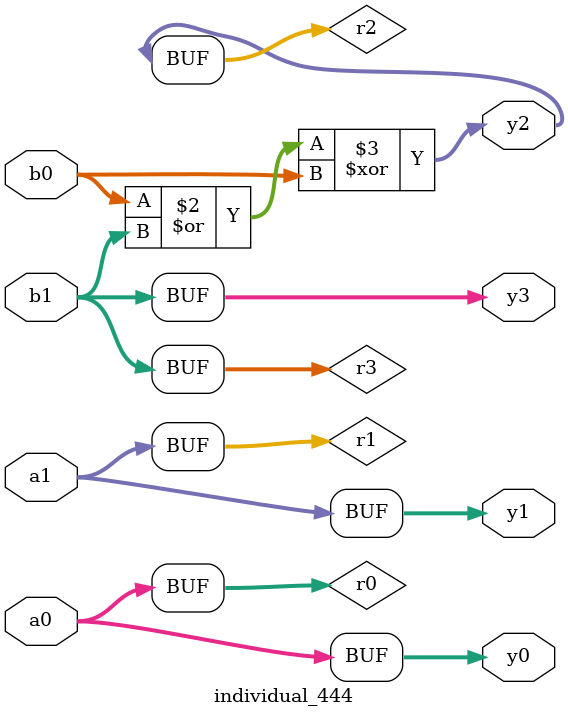
<source format=sv>
module individual_444(input logic [15:0] a1, input logic [15:0] a0, input logic [15:0] b1, input logic [15:0] b0, output logic [15:0] y3, output logic [15:0] y2, output logic [15:0] y1, output logic [15:0] y0);
logic [15:0] r0, r1, r2, r3; 
 always@(*) begin 
	 r0 = a0; r1 = a1; r2 = b0; r3 = b1; 
 	 r2  |=  b1 ;
 	 r2  ^=  b0 ;
 	 y3 = r3; y2 = r2; y1 = r1; y0 = r0; 
end
endmodule
</source>
